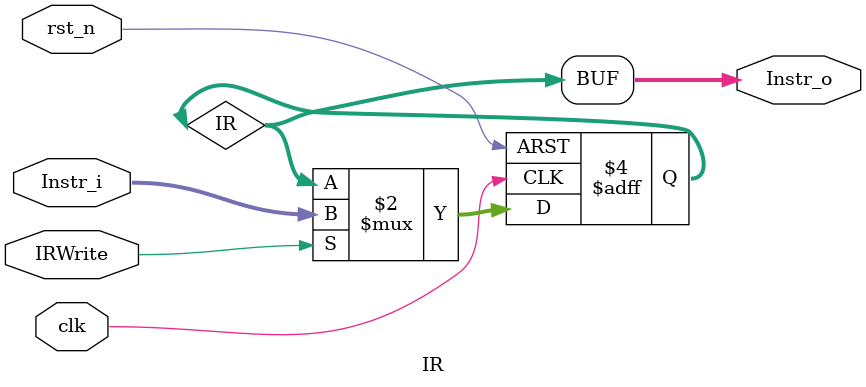
<source format=v>
module IR(
  input clk,
  input rst_n,
  input IRWrite,
  input [31:0] Instr_i,//Regfile Read-data1
  
  output [31:0] Instr_o
  );
  reg [31:0] IR;
  always@(posedge clk or posedge rst_n)
  begin
    if (rst_n)
      IR <= 32'h0;
    else
      begin
        if (IRWrite)
          IR <= Instr_i;
      end
  end
  assign Instr_o = IR;
endmodule






</source>
